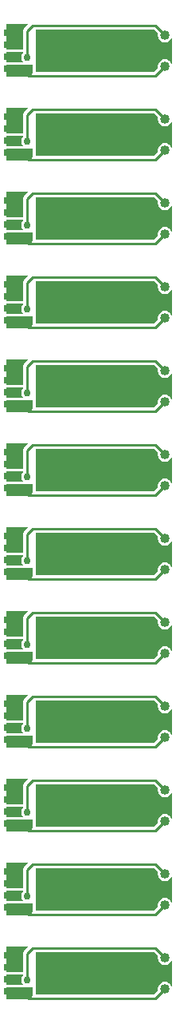
<source format=gbr>
G04 start of page 3 for group 1 idx 1 *
G04 Title: (unknown), bottom *
G04 Creator: pcb 4.0.2 *
G04 CreationDate: Thu Feb 25 03:30:48 2021 UTC *
G04 For: petersen *
G04 Format: Gerber/RS-274X *
G04 PCB-Dimensions (mil): 1500.00 4200.00 *
G04 PCB-Coordinate-Origin: lower left *
%MOIN*%
%FSLAX25Y25*%
%LNBOTTOM*%
%ADD24C,0.0200*%
%ADD23C,0.0140*%
%ADD22C,0.0310*%
%ADD21C,0.0400*%
%ADD20C,0.0300*%
%ADD19C,0.0100*%
%ADD18C,0.0001*%
G54D18*G36*
X61000Y326500D02*X72000D01*
Y323119D01*
X71936Y323064D01*
X71783Y322884D01*
X71659Y322683D01*
X71569Y322465D01*
X71514Y322235D01*
X71495Y322000D01*
X71514Y321765D01*
X71569Y321535D01*
X71584Y321500D01*
X61000D01*
Y326500D01*
G37*
G36*
Y291500D02*X72000D01*
Y288119D01*
X71936Y288064D01*
X71783Y287884D01*
X71659Y287683D01*
X71569Y287465D01*
X71514Y287235D01*
X71495Y287000D01*
X71514Y286765D01*
X71569Y286535D01*
X71584Y286500D01*
X61000D01*
Y291500D01*
G37*
G36*
Y297000D02*X68100D01*
Y296536D01*
X68027Y296473D01*
X67771Y296174D01*
X67566Y295838D01*
X67415Y295475D01*
X67323Y295092D01*
X67292Y294700D01*
X67323Y294308D01*
X67415Y293925D01*
X67566Y293562D01*
X67771Y293226D01*
X68027Y292927D01*
X68326Y292671D01*
X68605Y292500D01*
X61000D01*
Y297000D01*
G37*
G36*
Y308500D02*X70096D01*
X68645Y307049D01*
X68594Y307006D01*
X68420Y306802D01*
X68281Y306574D01*
X68178Y306327D01*
X68116Y306067D01*
X68116Y306067D01*
X68095Y305800D01*
X68100Y305733D01*
Y298000D01*
X61000D01*
Y308500D01*
G37*
G36*
X130500Y304000D02*Y291000D01*
X130472Y291471D01*
X130362Y291930D01*
X130181Y292366D01*
X129935Y292769D01*
X129628Y293128D01*
X129269Y293435D01*
X128866Y293681D01*
X128430Y293862D01*
X127971Y293972D01*
X127500Y294009D01*
X127029Y293972D01*
X126570Y293862D01*
X126134Y293681D01*
X125731Y293435D01*
X125372Y293128D01*
X125065Y292769D01*
X124819Y292366D01*
X124638Y291930D01*
X124528Y291471D01*
X124491Y291000D01*
X124528Y290529D01*
X124601Y290223D01*
X122879Y288500D01*
X73500D01*
Y306400D01*
X122979D01*
X124601Y304777D01*
X124528Y304471D01*
X124491Y304000D01*
X124528Y303529D01*
X124638Y303070D01*
X124819Y302634D01*
X125065Y302231D01*
X125372Y301872D01*
X125731Y301565D01*
X126134Y301319D01*
X126570Y301138D01*
X127029Y301028D01*
X127500Y300991D01*
X127971Y301028D01*
X128430Y301138D01*
X128866Y301319D01*
X129269Y301565D01*
X129628Y301872D01*
X129935Y302231D01*
X130181Y302634D01*
X130362Y303070D01*
X130472Y303529D01*
X130500Y304000D01*
G37*
G36*
Y269000D02*Y256000D01*
X130472Y256471D01*
X130362Y256930D01*
X130181Y257366D01*
X129935Y257769D01*
X129628Y258128D01*
X129269Y258435D01*
X128866Y258681D01*
X128430Y258862D01*
X127971Y258972D01*
X127500Y259009D01*
X127029Y258972D01*
X126570Y258862D01*
X126134Y258681D01*
X125731Y258435D01*
X125372Y258128D01*
X125065Y257769D01*
X124819Y257366D01*
X124638Y256930D01*
X124528Y256471D01*
X124491Y256000D01*
X124528Y255529D01*
X124601Y255223D01*
X122879Y253500D01*
X73500D01*
Y271400D01*
X122979D01*
X124601Y269777D01*
X124528Y269471D01*
X124491Y269000D01*
X124528Y268529D01*
X124638Y268070D01*
X124819Y267634D01*
X125065Y267231D01*
X125372Y266872D01*
X125731Y266565D01*
X126134Y266319D01*
X126570Y266138D01*
X127029Y266028D01*
X127500Y265991D01*
X127971Y266028D01*
X128430Y266138D01*
X128866Y266319D01*
X129269Y266565D01*
X129628Y266872D01*
X129935Y267231D01*
X130181Y267634D01*
X130362Y268070D01*
X130472Y268529D01*
X130500Y269000D01*
G37*
G36*
X61000Y332000D02*X68100D01*
Y331536D01*
X68027Y331473D01*
X67771Y331174D01*
X67566Y330838D01*
X67415Y330475D01*
X67323Y330092D01*
X67292Y329700D01*
X67323Y329308D01*
X67415Y328925D01*
X67566Y328562D01*
X67771Y328226D01*
X68027Y327927D01*
X68326Y327671D01*
X68605Y327500D01*
X61000D01*
Y332000D01*
G37*
G36*
Y256500D02*X72000D01*
Y253119D01*
X71936Y253064D01*
X71783Y252884D01*
X71659Y252683D01*
X71569Y252465D01*
X71514Y252235D01*
X71495Y252000D01*
X71514Y251765D01*
X71569Y251535D01*
X71584Y251500D01*
X61000D01*
Y256500D01*
G37*
G36*
Y262000D02*X68100D01*
Y261536D01*
X68027Y261473D01*
X67771Y261174D01*
X67566Y260838D01*
X67415Y260475D01*
X67323Y260092D01*
X67292Y259700D01*
X67323Y259308D01*
X67415Y258925D01*
X67566Y258562D01*
X67771Y258226D01*
X68027Y257927D01*
X68326Y257671D01*
X68605Y257500D01*
X61000D01*
Y262000D01*
G37*
G36*
Y273500D02*X70096D01*
X68645Y272049D01*
X68594Y272006D01*
X68420Y271802D01*
X68281Y271574D01*
X68178Y271327D01*
X68116Y271067D01*
X68116Y271067D01*
X68095Y270800D01*
X68100Y270733D01*
Y263000D01*
X61000D01*
Y273500D01*
G37*
G36*
Y221500D02*X72000D01*
Y218119D01*
X71936Y218064D01*
X71783Y217884D01*
X71659Y217683D01*
X71569Y217465D01*
X71514Y217235D01*
X71495Y217000D01*
X71514Y216765D01*
X71569Y216535D01*
X71584Y216500D01*
X61000D01*
Y221500D01*
G37*
G36*
Y227000D02*X68100D01*
Y226536D01*
X68027Y226473D01*
X67771Y226174D01*
X67566Y225838D01*
X67415Y225475D01*
X67323Y225092D01*
X67292Y224700D01*
X67323Y224308D01*
X67415Y223925D01*
X67566Y223562D01*
X67771Y223226D01*
X68027Y222927D01*
X68326Y222671D01*
X68605Y222500D01*
X61000D01*
Y227000D01*
G37*
G36*
Y238500D02*X70096D01*
X68645Y237049D01*
X68594Y237006D01*
X68420Y236802D01*
X68281Y236574D01*
X68178Y236327D01*
X68116Y236067D01*
X68116Y236067D01*
X68095Y235800D01*
X68100Y235733D01*
Y228000D01*
X61000D01*
Y238500D01*
G37*
G36*
X130500Y409000D02*Y396000D01*
X130472Y396471D01*
X130362Y396930D01*
X130181Y397366D01*
X129935Y397769D01*
X129628Y398128D01*
X129269Y398435D01*
X128866Y398681D01*
X128430Y398862D01*
X127971Y398972D01*
X127500Y399009D01*
X127029Y398972D01*
X126570Y398862D01*
X126134Y398681D01*
X125731Y398435D01*
X125372Y398128D01*
X125065Y397769D01*
X124819Y397366D01*
X124638Y396930D01*
X124528Y396471D01*
X124491Y396000D01*
X124528Y395529D01*
X124601Y395223D01*
X122879Y393500D01*
X73500D01*
Y411400D01*
X122979D01*
X124601Y409777D01*
X124528Y409471D01*
X124491Y409000D01*
X124528Y408529D01*
X124638Y408070D01*
X124819Y407634D01*
X125065Y407231D01*
X125372Y406872D01*
X125731Y406565D01*
X126134Y406319D01*
X126570Y406138D01*
X127029Y406028D01*
X127500Y405991D01*
X127971Y406028D01*
X128430Y406138D01*
X128866Y406319D01*
X129269Y406565D01*
X129628Y406872D01*
X129935Y407231D01*
X130181Y407634D01*
X130362Y408070D01*
X130472Y408529D01*
X130500Y409000D01*
G37*
G36*
X61000Y396500D02*X72000D01*
Y393119D01*
X71936Y393064D01*
X71783Y392884D01*
X71659Y392683D01*
X71569Y392465D01*
X71514Y392235D01*
X71495Y392000D01*
X71514Y391765D01*
X71569Y391535D01*
X71584Y391500D01*
X61000D01*
Y396500D01*
G37*
G36*
Y402000D02*X68100D01*
Y401536D01*
X68027Y401473D01*
X67771Y401174D01*
X67566Y400838D01*
X67415Y400475D01*
X67323Y400092D01*
X67292Y399700D01*
X67323Y399308D01*
X67415Y398925D01*
X67566Y398562D01*
X67771Y398226D01*
X68027Y397927D01*
X68326Y397671D01*
X68605Y397500D01*
X61000D01*
Y402000D01*
G37*
G36*
Y413500D02*X70096D01*
X68645Y412049D01*
X68594Y412006D01*
X68420Y411802D01*
X68281Y411574D01*
X68178Y411327D01*
X68116Y411067D01*
X68116Y411067D01*
X68095Y410800D01*
X68100Y410733D01*
Y403000D01*
X61000D01*
Y413500D01*
G37*
G36*
Y361500D02*X72000D01*
Y358119D01*
X71936Y358064D01*
X71783Y357884D01*
X71659Y357683D01*
X71569Y357465D01*
X71514Y357235D01*
X71495Y357000D01*
X71514Y356765D01*
X71569Y356535D01*
X71584Y356500D01*
X61000D01*
Y361500D01*
G37*
G36*
Y367000D02*X68100D01*
Y366536D01*
X68027Y366473D01*
X67771Y366174D01*
X67566Y365838D01*
X67415Y365475D01*
X67323Y365092D01*
X67292Y364700D01*
X67323Y364308D01*
X67415Y363925D01*
X67566Y363562D01*
X67771Y363226D01*
X68027Y362927D01*
X68326Y362671D01*
X68605Y362500D01*
X61000D01*
Y367000D01*
G37*
G36*
Y378500D02*X70096D01*
X68645Y377049D01*
X68594Y377006D01*
X68420Y376802D01*
X68281Y376574D01*
X68178Y376327D01*
X68116Y376067D01*
X68116Y376067D01*
X68095Y375800D01*
X68100Y375733D01*
Y368000D01*
X61000D01*
Y378500D01*
G37*
G36*
X130500Y374000D02*Y361000D01*
X130472Y361471D01*
X130362Y361930D01*
X130181Y362366D01*
X129935Y362769D01*
X129628Y363128D01*
X129269Y363435D01*
X128866Y363681D01*
X128430Y363862D01*
X127971Y363972D01*
X127500Y364009D01*
X127029Y363972D01*
X126570Y363862D01*
X126134Y363681D01*
X125731Y363435D01*
X125372Y363128D01*
X125065Y362769D01*
X124819Y362366D01*
X124638Y361930D01*
X124528Y361471D01*
X124491Y361000D01*
X124528Y360529D01*
X124601Y360223D01*
X122879Y358500D01*
X73500D01*
Y376400D01*
X122979D01*
X124601Y374777D01*
X124528Y374471D01*
X124491Y374000D01*
X124528Y373529D01*
X124638Y373070D01*
X124819Y372634D01*
X125065Y372231D01*
X125372Y371872D01*
X125731Y371565D01*
X126134Y371319D01*
X126570Y371138D01*
X127029Y371028D01*
X127500Y370991D01*
X127971Y371028D01*
X128430Y371138D01*
X128866Y371319D01*
X129269Y371565D01*
X129628Y371872D01*
X129935Y372231D01*
X130181Y372634D01*
X130362Y373070D01*
X130472Y373529D01*
X130500Y374000D01*
G37*
G36*
X61000Y343500D02*X70096D01*
X68645Y342049D01*
X68594Y342006D01*
X68420Y341802D01*
X68281Y341574D01*
X68178Y341327D01*
X68116Y341067D01*
X68116Y341067D01*
X68095Y340800D01*
X68100Y340733D01*
Y333000D01*
X61000D01*
Y343500D01*
G37*
G36*
X130500Y339000D02*Y326000D01*
X130472Y326471D01*
X130362Y326930D01*
X130181Y327366D01*
X129935Y327769D01*
X129628Y328128D01*
X129269Y328435D01*
X128866Y328681D01*
X128430Y328862D01*
X127971Y328972D01*
X127500Y329009D01*
X127029Y328972D01*
X126570Y328862D01*
X126134Y328681D01*
X125731Y328435D01*
X125372Y328128D01*
X125065Y327769D01*
X124819Y327366D01*
X124638Y326930D01*
X124528Y326471D01*
X124491Y326000D01*
X124528Y325529D01*
X124601Y325223D01*
X122879Y323500D01*
X73500D01*
Y341400D01*
X122979D01*
X124601Y339777D01*
X124528Y339471D01*
X124491Y339000D01*
X124528Y338529D01*
X124638Y338070D01*
X124819Y337634D01*
X125065Y337231D01*
X125372Y336872D01*
X125731Y336565D01*
X126134Y336319D01*
X126570Y336138D01*
X127029Y336028D01*
X127500Y335991D01*
X127971Y336028D01*
X128430Y336138D01*
X128866Y336319D01*
X129269Y336565D01*
X129628Y336872D01*
X129935Y337231D01*
X130181Y337634D01*
X130362Y338070D01*
X130472Y338529D01*
X130500Y339000D01*
G37*
G36*
Y234000D02*Y221000D01*
X130472Y221471D01*
X130362Y221930D01*
X130181Y222366D01*
X129935Y222769D01*
X129628Y223128D01*
X129269Y223435D01*
X128866Y223681D01*
X128430Y223862D01*
X127971Y223972D01*
X127500Y224009D01*
X127029Y223972D01*
X126570Y223862D01*
X126134Y223681D01*
X125731Y223435D01*
X125372Y223128D01*
X125065Y222769D01*
X124819Y222366D01*
X124638Y221930D01*
X124528Y221471D01*
X124491Y221000D01*
X124528Y220529D01*
X124601Y220223D01*
X122879Y218500D01*
X73500D01*
Y236400D01*
X122979D01*
X124601Y234777D01*
X124528Y234471D01*
X124491Y234000D01*
X124528Y233529D01*
X124638Y233070D01*
X124819Y232634D01*
X125065Y232231D01*
X125372Y231872D01*
X125731Y231565D01*
X126134Y231319D01*
X126570Y231138D01*
X127029Y231028D01*
X127500Y230991D01*
X127971Y231028D01*
X128430Y231138D01*
X128866Y231319D01*
X129269Y231565D01*
X129628Y231872D01*
X129935Y232231D01*
X130181Y232634D01*
X130362Y233070D01*
X130472Y233529D01*
X130500Y234000D01*
G37*
G36*
X61000Y186500D02*X72000D01*
Y183119D01*
X71936Y183064D01*
X71783Y182884D01*
X71659Y182683D01*
X71569Y182465D01*
X71514Y182235D01*
X71495Y182000D01*
X71514Y181765D01*
X71569Y181535D01*
X71584Y181500D01*
X61000D01*
Y186500D01*
G37*
G36*
Y151500D02*X72000D01*
Y148119D01*
X71936Y148064D01*
X71783Y147884D01*
X71659Y147683D01*
X71569Y147465D01*
X71514Y147235D01*
X71495Y147000D01*
X71514Y146765D01*
X71569Y146535D01*
X71584Y146500D01*
X61000D01*
Y151500D01*
G37*
G36*
Y157000D02*X68100D01*
Y156536D01*
X68027Y156473D01*
X67771Y156174D01*
X67566Y155838D01*
X67415Y155475D01*
X67323Y155092D01*
X67292Y154700D01*
X67323Y154308D01*
X67415Y153925D01*
X67566Y153562D01*
X67771Y153226D01*
X68027Y152927D01*
X68326Y152671D01*
X68605Y152500D01*
X61000D01*
Y157000D01*
G37*
G36*
Y168500D02*X70096D01*
X68645Y167049D01*
X68594Y167006D01*
X68420Y166802D01*
X68281Y166574D01*
X68178Y166327D01*
X68116Y166067D01*
X68116Y166067D01*
X68095Y165800D01*
X68100Y165733D01*
Y158000D01*
X61000D01*
Y168500D01*
G37*
G36*
X130500Y164000D02*Y151000D01*
X130472Y151471D01*
X130362Y151930D01*
X130181Y152366D01*
X129935Y152769D01*
X129628Y153128D01*
X129269Y153435D01*
X128866Y153681D01*
X128430Y153862D01*
X127971Y153972D01*
X127500Y154009D01*
X127029Y153972D01*
X126570Y153862D01*
X126134Y153681D01*
X125731Y153435D01*
X125372Y153128D01*
X125065Y152769D01*
X124819Y152366D01*
X124638Y151930D01*
X124528Y151471D01*
X124491Y151000D01*
X124528Y150529D01*
X124601Y150223D01*
X122879Y148500D01*
X73500D01*
Y166400D01*
X122979D01*
X124601Y164777D01*
X124528Y164471D01*
X124491Y164000D01*
X124528Y163529D01*
X124638Y163070D01*
X124819Y162634D01*
X125065Y162231D01*
X125372Y161872D01*
X125731Y161565D01*
X126134Y161319D01*
X126570Y161138D01*
X127029Y161028D01*
X127500Y160991D01*
X127971Y161028D01*
X128430Y161138D01*
X128866Y161319D01*
X129269Y161565D01*
X129628Y161872D01*
X129935Y162231D01*
X130181Y162634D01*
X130362Y163070D01*
X130472Y163529D01*
X130500Y164000D01*
G37*
G36*
X61000Y192000D02*X68100D01*
Y191536D01*
X68027Y191473D01*
X67771Y191174D01*
X67566Y190838D01*
X67415Y190475D01*
X67323Y190092D01*
X67292Y189700D01*
X67323Y189308D01*
X67415Y188925D01*
X67566Y188562D01*
X67771Y188226D01*
X68027Y187927D01*
X68326Y187671D01*
X68605Y187500D01*
X61000D01*
Y192000D01*
G37*
G36*
Y203500D02*X70096D01*
X68645Y202049D01*
X68594Y202006D01*
X68420Y201802D01*
X68281Y201574D01*
X68178Y201327D01*
X68116Y201067D01*
X68116Y201067D01*
X68095Y200800D01*
X68100Y200733D01*
Y193000D01*
X61000D01*
Y203500D01*
G37*
G36*
X130500Y199000D02*Y186000D01*
X130472Y186471D01*
X130362Y186930D01*
X130181Y187366D01*
X129935Y187769D01*
X129628Y188128D01*
X129269Y188435D01*
X128866Y188681D01*
X128430Y188862D01*
X127971Y188972D01*
X127500Y189009D01*
X127029Y188972D01*
X126570Y188862D01*
X126134Y188681D01*
X125731Y188435D01*
X125372Y188128D01*
X125065Y187769D01*
X124819Y187366D01*
X124638Y186930D01*
X124528Y186471D01*
X124491Y186000D01*
X124528Y185529D01*
X124601Y185223D01*
X122879Y183500D01*
X73500D01*
Y201400D01*
X122979D01*
X124601Y199777D01*
X124528Y199471D01*
X124491Y199000D01*
X124528Y198529D01*
X124638Y198070D01*
X124819Y197634D01*
X125065Y197231D01*
X125372Y196872D01*
X125731Y196565D01*
X126134Y196319D01*
X126570Y196138D01*
X127029Y196028D01*
X127500Y195991D01*
X127971Y196028D01*
X128430Y196138D01*
X128866Y196319D01*
X129269Y196565D01*
X129628Y196872D01*
X129935Y197231D01*
X130181Y197634D01*
X130362Y198070D01*
X130472Y198529D01*
X130500Y199000D01*
G37*
G36*
X61000Y116500D02*X72000D01*
Y113119D01*
X71936Y113064D01*
X71783Y112884D01*
X71659Y112683D01*
X71569Y112465D01*
X71514Y112235D01*
X71495Y112000D01*
X71514Y111765D01*
X71569Y111535D01*
X71584Y111500D01*
X61000D01*
Y116500D01*
G37*
G36*
Y81500D02*X72000D01*
Y78119D01*
X71936Y78064D01*
X71783Y77884D01*
X71659Y77683D01*
X71569Y77465D01*
X71514Y77235D01*
X71495Y77000D01*
X71514Y76765D01*
X71569Y76535D01*
X71584Y76500D01*
X61000D01*
Y81500D01*
G37*
G36*
Y87000D02*X68100D01*
Y86536D01*
X68027Y86473D01*
X67771Y86174D01*
X67566Y85838D01*
X67415Y85475D01*
X67323Y85092D01*
X67292Y84700D01*
X67323Y84308D01*
X67415Y83925D01*
X67566Y83562D01*
X67771Y83226D01*
X68027Y82927D01*
X68326Y82671D01*
X68605Y82500D01*
X61000D01*
Y87000D01*
G37*
G36*
Y98500D02*X70096D01*
X68645Y97049D01*
X68594Y97006D01*
X68420Y96802D01*
X68281Y96574D01*
X68178Y96327D01*
X68116Y96067D01*
X68116Y96067D01*
X68095Y95800D01*
X68100Y95733D01*
Y88000D01*
X61000D01*
Y98500D01*
G37*
G36*
X130500Y94000D02*Y81000D01*
X130472Y81471D01*
X130362Y81930D01*
X130181Y82366D01*
X129935Y82769D01*
X129628Y83128D01*
X129269Y83435D01*
X128866Y83681D01*
X128430Y83862D01*
X127971Y83972D01*
X127500Y84009D01*
X127029Y83972D01*
X126570Y83862D01*
X126134Y83681D01*
X125731Y83435D01*
X125372Y83128D01*
X125065Y82769D01*
X124819Y82366D01*
X124638Y81930D01*
X124528Y81471D01*
X124491Y81000D01*
X124528Y80529D01*
X124601Y80223D01*
X122879Y78500D01*
X73500D01*
Y96400D01*
X122979D01*
X124601Y94777D01*
X124528Y94471D01*
X124491Y94000D01*
X124528Y93529D01*
X124638Y93070D01*
X124819Y92634D01*
X125065Y92231D01*
X125372Y91872D01*
X125731Y91565D01*
X126134Y91319D01*
X126570Y91138D01*
X127029Y91028D01*
X127500Y90991D01*
X127971Y91028D01*
X128430Y91138D01*
X128866Y91319D01*
X129269Y91565D01*
X129628Y91872D01*
X129935Y92231D01*
X130181Y92634D01*
X130362Y93070D01*
X130472Y93529D01*
X130500Y94000D01*
G37*
G36*
Y59000D02*Y46000D01*
X130472Y46471D01*
X130362Y46930D01*
X130181Y47366D01*
X129935Y47769D01*
X129628Y48128D01*
X129269Y48435D01*
X128866Y48681D01*
X128430Y48862D01*
X127971Y48972D01*
X127500Y49009D01*
X127029Y48972D01*
X126570Y48862D01*
X126134Y48681D01*
X125731Y48435D01*
X125372Y48128D01*
X125065Y47769D01*
X124819Y47366D01*
X124638Y46930D01*
X124528Y46471D01*
X124491Y46000D01*
X124528Y45529D01*
X124601Y45223D01*
X122879Y43500D01*
X73500D01*
Y61400D01*
X122979D01*
X124601Y59777D01*
X124528Y59471D01*
X124491Y59000D01*
X124528Y58529D01*
X124638Y58070D01*
X124819Y57634D01*
X125065Y57231D01*
X125372Y56872D01*
X125731Y56565D01*
X126134Y56319D01*
X126570Y56138D01*
X127029Y56028D01*
X127500Y55991D01*
X127971Y56028D01*
X128430Y56138D01*
X128866Y56319D01*
X129269Y56565D01*
X129628Y56872D01*
X129935Y57231D01*
X130181Y57634D01*
X130362Y58070D01*
X130472Y58529D01*
X130500Y59000D01*
G37*
G36*
X61000Y122000D02*X68100D01*
Y121536D01*
X68027Y121473D01*
X67771Y121174D01*
X67566Y120838D01*
X67415Y120475D01*
X67323Y120092D01*
X67292Y119700D01*
X67323Y119308D01*
X67415Y118925D01*
X67566Y118562D01*
X67771Y118226D01*
X68027Y117927D01*
X68326Y117671D01*
X68605Y117500D01*
X61000D01*
Y122000D01*
G37*
G36*
Y133500D02*X70096D01*
X68645Y132049D01*
X68594Y132006D01*
X68420Y131802D01*
X68281Y131574D01*
X68178Y131327D01*
X68116Y131067D01*
X68116Y131067D01*
X68095Y130800D01*
X68100Y130733D01*
Y123000D01*
X61000D01*
Y133500D01*
G37*
G36*
X130500Y129000D02*Y116000D01*
X130472Y116471D01*
X130362Y116930D01*
X130181Y117366D01*
X129935Y117769D01*
X129628Y118128D01*
X129269Y118435D01*
X128866Y118681D01*
X128430Y118862D01*
X127971Y118972D01*
X127500Y119009D01*
X127029Y118972D01*
X126570Y118862D01*
X126134Y118681D01*
X125731Y118435D01*
X125372Y118128D01*
X125065Y117769D01*
X124819Y117366D01*
X124638Y116930D01*
X124528Y116471D01*
X124491Y116000D01*
X124528Y115529D01*
X124601Y115223D01*
X122879Y113500D01*
X73500D01*
Y131400D01*
X122979D01*
X124601Y129777D01*
X124528Y129471D01*
X124491Y129000D01*
X124528Y128529D01*
X124638Y128070D01*
X124819Y127634D01*
X125065Y127231D01*
X125372Y126872D01*
X125731Y126565D01*
X126134Y126319D01*
X126570Y126138D01*
X127029Y126028D01*
X127500Y125991D01*
X127971Y126028D01*
X128430Y126138D01*
X128866Y126319D01*
X129269Y126565D01*
X129628Y126872D01*
X129935Y127231D01*
X130181Y127634D01*
X130362Y128070D01*
X130472Y128529D01*
X130500Y129000D01*
G37*
G36*
X61000Y46500D02*X72000D01*
Y43119D01*
X71936Y43064D01*
X71783Y42884D01*
X71659Y42683D01*
X71569Y42465D01*
X71514Y42235D01*
X71495Y42000D01*
X71514Y41765D01*
X71569Y41535D01*
X71584Y41500D01*
X61000D01*
Y46500D01*
G37*
G36*
Y52000D02*X68100D01*
Y51536D01*
X68027Y51473D01*
X67771Y51174D01*
X67566Y50838D01*
X67415Y50475D01*
X67323Y50092D01*
X67292Y49700D01*
X67323Y49308D01*
X67415Y48925D01*
X67566Y48562D01*
X67771Y48226D01*
X68027Y47927D01*
X68326Y47671D01*
X68605Y47500D01*
X61000D01*
Y52000D01*
G37*
G36*
Y63500D02*X70096D01*
X68645Y62049D01*
X68594Y62006D01*
X68420Y61802D01*
X68281Y61574D01*
X68178Y61327D01*
X68116Y61067D01*
X68116Y61067D01*
X68095Y60800D01*
X68100Y60733D01*
Y53000D01*
X61000D01*
Y63500D01*
G37*
G36*
Y11500D02*X72000D01*
Y8119D01*
X71936Y8064D01*
X71783Y7884D01*
X71659Y7683D01*
X71569Y7465D01*
X71514Y7235D01*
X71495Y7000D01*
X71514Y6765D01*
X71569Y6535D01*
X71584Y6500D01*
X61000D01*
Y11500D01*
G37*
G36*
Y17000D02*X68100D01*
Y16536D01*
X68027Y16473D01*
X67771Y16174D01*
X67566Y15838D01*
X67415Y15475D01*
X67323Y15092D01*
X67292Y14700D01*
X67323Y14308D01*
X67415Y13925D01*
X67566Y13562D01*
X67771Y13226D01*
X68027Y12927D01*
X68326Y12671D01*
X68605Y12500D01*
X61000D01*
Y17000D01*
G37*
G36*
Y28500D02*X70096D01*
X68645Y27049D01*
X68594Y27006D01*
X68420Y26802D01*
X68281Y26574D01*
X68178Y26327D01*
X68116Y26067D01*
X68116Y26067D01*
X68095Y25800D01*
X68100Y25733D01*
Y18000D01*
X61000D01*
Y28500D01*
G37*
G36*
X130500Y24000D02*Y11000D01*
X130472Y11471D01*
X130362Y11930D01*
X130181Y12366D01*
X129935Y12769D01*
X129628Y13128D01*
X129269Y13435D01*
X128866Y13681D01*
X128430Y13862D01*
X127971Y13972D01*
X127500Y14009D01*
X127029Y13972D01*
X126570Y13862D01*
X126134Y13681D01*
X125731Y13435D01*
X125372Y13128D01*
X125065Y12769D01*
X124819Y12366D01*
X124638Y11930D01*
X124528Y11471D01*
X124491Y11000D01*
X124528Y10529D01*
X124601Y10223D01*
X122879Y8500D01*
X73500D01*
Y26400D01*
X122979D01*
X124601Y24777D01*
X124528Y24471D01*
X124491Y24000D01*
X124528Y23529D01*
X124638Y23070D01*
X124819Y22634D01*
X125065Y22231D01*
X125372Y21872D01*
X125731Y21565D01*
X126134Y21319D01*
X126570Y21138D01*
X127029Y21028D01*
X127500Y20991D01*
X127971Y21028D01*
X128430Y21138D01*
X128866Y21319D01*
X129269Y21565D01*
X129628Y21872D01*
X129935Y22231D01*
X130181Y22634D01*
X130362Y23070D01*
X130472Y23529D01*
X130500Y24000D01*
G37*
G54D19*X70000Y217000D02*X73500D01*
X73000D02*X123500D01*
X127500Y221000D01*
X69800Y224700D02*Y235800D01*
X72000Y238000D01*
X123500D01*
X127500Y234000D01*
X72000Y203000D02*X123500D01*
X70000Y182000D02*X73500D01*
X69800Y189700D02*Y200800D01*
X72000Y203000D01*
X69800Y154700D02*Y165800D01*
X72000Y168000D01*
X123500Y203000D02*X127500Y199000D01*
X123500Y182000D02*X127500Y186000D01*
X123500Y168000D02*X127500Y164000D01*
X123500Y147000D02*X127500Y151000D01*
X73000Y182000D02*X123500D01*
X72000Y168000D02*X123500D01*
X73000Y147000D02*X123500D01*
X70000D02*X73500D01*
X70000Y112000D02*X73500D01*
X69800Y119700D02*Y130800D01*
X72000Y133000D01*
X123500D01*
X127500Y129000D01*
X73000Y112000D02*X123500D01*
X127500Y116000D01*
X72000Y98000D02*X123500D01*
X127500Y94000D01*
X73000Y77000D02*X123500D01*
X127500Y81000D01*
X70000Y77000D02*X73500D01*
X69800Y84700D02*Y95800D01*
X72000Y98000D01*
X69800Y49700D02*Y60800D01*
X72000Y63000D01*
X123500D01*
X127500Y59000D01*
X123500Y42000D02*X127500Y46000D01*
X123500Y28000D02*X127500Y24000D01*
X73000Y42000D02*X123500D01*
X70000D02*X73500D01*
X70000Y7000D02*X73500D01*
X69800Y14700D02*Y25800D01*
X72000Y28000D01*
X123500D01*
X73000Y7000D02*X123500D01*
X127500Y11000D01*
X70000Y357000D02*X73500D01*
X73000D02*X123500D01*
X72000Y343000D02*X123500D01*
X69800Y364700D02*Y375800D01*
X70000Y322000D02*X73500D01*
X69800Y329700D02*Y340800D01*
X72000Y343000D01*
X123500Y357000D02*X127500Y361000D01*
X123500Y343000D02*X127500Y339000D01*
X73000Y322000D02*X123500D01*
X127500Y326000D01*
X72000Y413000D02*X123500D01*
X127500Y409000D01*
X73000Y392000D02*X123500D01*
X127500Y396000D01*
X70000Y392000D02*X73500D01*
X69800Y399700D02*Y410800D01*
X72000Y413000D01*
X69800Y375800D02*X72000Y378000D01*
X123500D01*
X127500Y374000D01*
X70000Y287000D02*X73500D01*
X73000D02*X123500D01*
X72000Y273000D02*X123500D01*
X69800Y294700D02*Y305800D01*
X70000Y252000D02*X73500D01*
X69800Y259700D02*Y270800D01*
X72000Y273000D01*
X69800Y305800D02*X72000Y308000D01*
X123500D01*
X127500Y304000D01*
X123500Y287000D02*X127500Y291000D01*
X123500Y273000D02*X127500Y269000D01*
X73000Y252000D02*X123500D01*
X127500Y256000D01*
G54D18*G36*
X60202Y326418D02*Y323582D01*
X64754D01*
Y326418D01*
X60202D01*
G37*
G36*
Y331418D02*Y328582D01*
X64754D01*
Y331418D01*
X60202D01*
G37*
G36*
Y341418D02*Y338582D01*
X64754D01*
Y341418D01*
X60202D01*
G37*
G36*
Y336418D02*Y333582D01*
X64754D01*
Y336418D01*
X60202D01*
G37*
G36*
Y411418D02*Y408582D01*
X64754D01*
Y411418D01*
X60202D01*
G37*
G36*
Y406418D02*Y403582D01*
X64754D01*
Y406418D01*
X60202D01*
G37*
G36*
Y401418D02*Y398582D01*
X64754D01*
Y401418D01*
X60202D01*
G37*
G36*
Y396418D02*Y393582D01*
X64754D01*
Y396418D01*
X60202D01*
G37*
G36*
Y361418D02*Y358582D01*
X64754D01*
Y361418D01*
X60202D01*
G37*
G36*
Y376418D02*Y373582D01*
X64754D01*
Y376418D01*
X60202D01*
G37*
G36*
Y371418D02*Y368582D01*
X64754D01*
Y371418D01*
X60202D01*
G37*
G36*
Y366418D02*Y363582D01*
X64754D01*
Y366418D01*
X60202D01*
G37*
G36*
Y296418D02*Y293582D01*
X64754D01*
Y296418D01*
X60202D01*
G37*
G36*
Y291418D02*Y288582D01*
X64754D01*
Y291418D01*
X60202D01*
G37*
G36*
Y306418D02*Y303582D01*
X64754D01*
Y306418D01*
X60202D01*
G37*
G36*
Y301418D02*Y298582D01*
X64754D01*
Y301418D01*
X60202D01*
G37*
G36*
Y271418D02*Y268582D01*
X64754D01*
Y271418D01*
X60202D01*
G37*
G36*
Y266418D02*Y263582D01*
X64754D01*
Y266418D01*
X60202D01*
G37*
G36*
Y261418D02*Y258582D01*
X64754D01*
Y261418D01*
X60202D01*
G37*
G36*
Y256418D02*Y253582D01*
X64754D01*
Y256418D01*
X60202D01*
G37*
G36*
Y186418D02*Y183582D01*
X64754D01*
Y186418D01*
X60202D01*
G37*
G36*
Y201418D02*Y198582D01*
X64754D01*
Y201418D01*
X60202D01*
G37*
G36*
Y196418D02*Y193582D01*
X64754D01*
Y196418D01*
X60202D01*
G37*
G36*
Y191418D02*Y188582D01*
X64754D01*
Y191418D01*
X60202D01*
G37*
G36*
Y221418D02*Y218582D01*
X64754D01*
Y221418D01*
X60202D01*
G37*
G36*
Y236418D02*Y233582D01*
X64754D01*
Y236418D01*
X60202D01*
G37*
G36*
Y231418D02*Y228582D01*
X64754D01*
Y231418D01*
X60202D01*
G37*
G36*
Y226418D02*Y223582D01*
X64754D01*
Y226418D01*
X60202D01*
G37*
G36*
Y151418D02*Y148582D01*
X64754D01*
Y151418D01*
X60202D01*
G37*
G36*
Y156418D02*Y153582D01*
X64754D01*
Y156418D01*
X60202D01*
G37*
G36*
Y161418D02*Y158582D01*
X64754D01*
Y161418D01*
X60202D01*
G37*
G36*
Y166418D02*Y163582D01*
X64754D01*
Y166418D01*
X60202D01*
G37*
G36*
Y121418D02*Y118582D01*
X64754D01*
Y121418D01*
X60202D01*
G37*
G36*
Y116418D02*Y113582D01*
X64754D01*
Y116418D01*
X60202D01*
G37*
G36*
Y131418D02*Y128582D01*
X64754D01*
Y131418D01*
X60202D01*
G37*
G36*
Y126418D02*Y123582D01*
X64754D01*
Y126418D01*
X60202D01*
G37*
G36*
Y81418D02*Y78582D01*
X64754D01*
Y81418D01*
X60202D01*
G37*
G36*
Y96418D02*Y93582D01*
X64754D01*
Y96418D01*
X60202D01*
G37*
G36*
Y91418D02*Y88582D01*
X64754D01*
Y91418D01*
X60202D01*
G37*
G36*
Y86418D02*Y83582D01*
X64754D01*
Y86418D01*
X60202D01*
G37*
G36*
Y46418D02*Y43582D01*
X64754D01*
Y46418D01*
X60202D01*
G37*
G36*
Y61417D02*Y58583D01*
X64754D01*
Y61417D01*
X60202D01*
G37*
G36*
Y56417D02*Y53583D01*
X64754D01*
Y56417D01*
X60202D01*
G37*
G36*
Y51417D02*Y48582D01*
X64754D01*
Y51417D01*
X60202D01*
G37*
G36*
Y16418D02*Y13582D01*
X64754D01*
Y16418D01*
X60202D01*
G37*
G36*
Y11418D02*Y8582D01*
X64754D01*
Y11418D01*
X60202D01*
G37*
G36*
Y26418D02*Y23582D01*
X64754D01*
Y26418D01*
X60202D01*
G37*
G36*
Y21418D02*Y18582D01*
X64754D01*
Y21418D01*
X60202D01*
G37*
G54D20*X101500Y228500D03*
Y224500D03*
Y193500D03*
Y189500D03*
X79900Y230300D03*
X69800Y224700D03*
X76200Y230300D03*
X101500Y158500D03*
Y154500D03*
Y123500D03*
Y119500D03*
X79900Y195300D03*
X69800Y189700D03*
X76200Y195300D03*
X79900Y160300D03*
X76200D03*
X69800Y154700D03*
X79900Y125300D03*
Y55300D03*
Y20300D03*
X69800Y119700D03*
Y49700D03*
Y14700D03*
X76200Y125300D03*
Y55300D03*
Y20300D03*
X79900Y90300D03*
X69800Y84700D03*
X76200Y90300D03*
X101500Y88500D03*
Y84500D03*
Y53500D03*
Y49500D03*
Y18500D03*
Y14500D03*
Y263500D03*
Y259500D03*
Y333500D03*
Y329500D03*
Y298500D03*
Y294500D03*
Y368500D03*
Y364500D03*
X79900Y370300D03*
X69800Y364700D03*
X76200Y370300D03*
X79900Y335300D03*
Y300300D03*
Y265300D03*
X69800Y329700D03*
Y294700D03*
Y259700D03*
X76200Y335300D03*
Y300300D03*
Y265300D03*
X101500Y403500D03*
X79900Y405300D03*
X76200D03*
G54D21*X127500Y409000D03*
G54D20*X101500Y399500D03*
X69800Y399700D03*
G54D21*X127500Y396000D03*
Y374000D03*
Y361000D03*
Y339000D03*
Y326000D03*
Y304000D03*
Y291000D03*
Y269000D03*
Y256000D03*
Y234000D03*
Y221000D03*
Y199000D03*
Y186000D03*
Y164000D03*
Y151000D03*
Y129000D03*
Y116000D03*
Y94000D03*
Y81000D03*
Y59000D03*
Y46000D03*
Y24000D03*
Y11000D03*
G54D22*G54D23*G54D22*G54D23*G54D22*G54D23*G54D22*G54D23*G54D22*G54D23*G54D22*G54D23*G54D22*G54D23*G54D22*G54D23*G54D22*G54D23*G54D24*G54D23*G54D24*M02*

</source>
